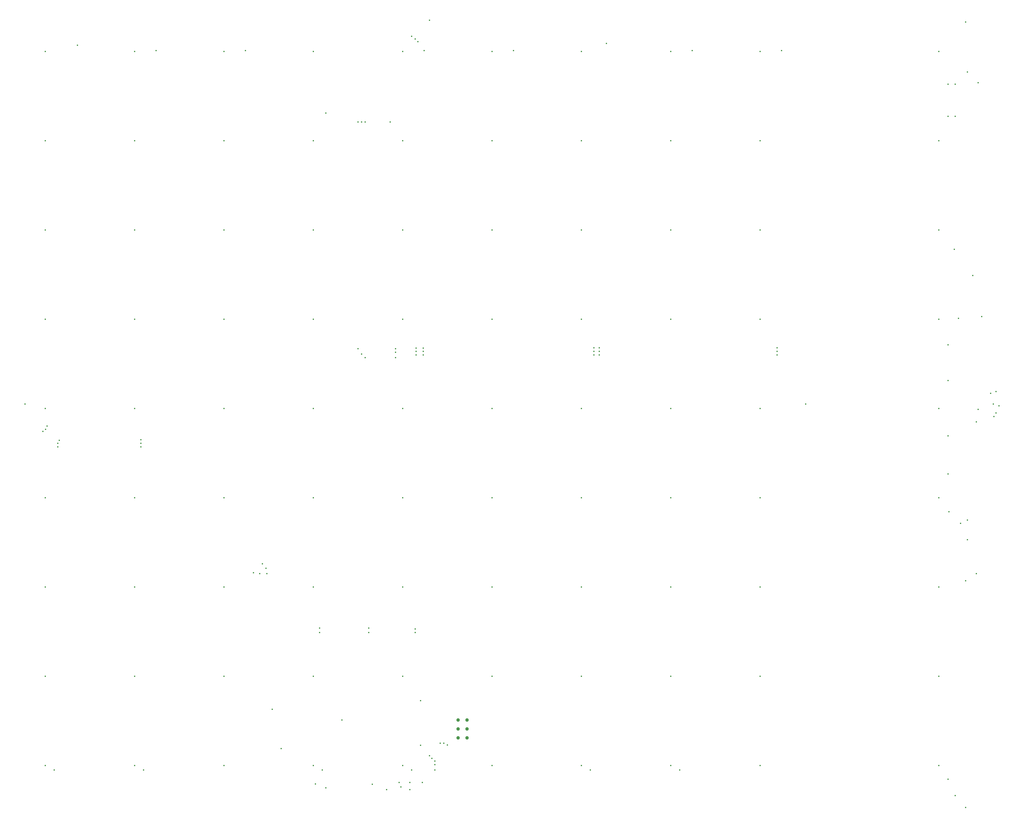
<source format=gbr>
%TF.GenerationSoftware,KiCad,Pcbnew,(5.1.4)-1*%
%TF.CreationDate,2020-04-23T20:30:20-07:00*%
%TF.ProjectId,tetris,74657472-6973-42e6-9b69-6361645f7063,rev?*%
%TF.SameCoordinates,Original*%
%TF.FileFunction,Plated,1,2,PTH,Drill*%
%TF.FilePolarity,Positive*%
%FSLAX46Y46*%
G04 Gerber Fmt 4.6, Leading zero omitted, Abs format (unit mm)*
G04 Created by KiCad (PCBNEW (5.1.4)-1) date 2020-04-23 20:30:20*
%MOMM*%
%LPD*%
G04 APERTURE LIST*
%TA.AperFunction,ViaDrill*%
%ADD10C,0.400000*%
%TD*%
%TA.AperFunction,ComponentDrill*%
%ADD11C,1.000000*%
%TD*%
G04 APERTURE END LIST*
D10*
X14605000Y-124460000D03*
X19629921Y-132242138D03*
X20320000Y-24130000D03*
X20320000Y-49530000D03*
X20320000Y-74930000D03*
X20320000Y-100330000D03*
X20320000Y-125730000D03*
X20320000Y-151130000D03*
X20320000Y-176530000D03*
X20320000Y-201930000D03*
X20320000Y-227330000D03*
X20390216Y-131592542D03*
X20822952Y-130691008D03*
X22860000Y-228600000D03*
X23876000Y-136652000D03*
X23879023Y-135636000D03*
X24308863Y-134718587D03*
X29464000Y-22352000D03*
X45720000Y-24130000D03*
X45720000Y-49530000D03*
X45720000Y-74930000D03*
X45720000Y-100330000D03*
X45720000Y-125730000D03*
X45720000Y-151130000D03*
X45720000Y-176530000D03*
X45720000Y-201930000D03*
X45720000Y-227330000D03*
X47498000Y-134620000D03*
X47498000Y-135636000D03*
X47498000Y-136652000D03*
X48260000Y-228600000D03*
X51816000Y-23876000D03*
X71120000Y-24130000D03*
X71120000Y-49530000D03*
X71120000Y-74930000D03*
X71120000Y-100330000D03*
X71120000Y-125730000D03*
X71120000Y-151130000D03*
X71120000Y-176530000D03*
X71120000Y-201930000D03*
X71120000Y-227330000D03*
X77216000Y-23876000D03*
X79502000Y-172466000D03*
X81280000Y-172720000D03*
X82042000Y-169926000D03*
X83058000Y-171196000D03*
X83312000Y-172720000D03*
X84836000Y-211328000D03*
X87376000Y-222504000D03*
X96520000Y-24130000D03*
X96520000Y-49530000D03*
X96520000Y-74930000D03*
X96520000Y-100330000D03*
X96520000Y-125730000D03*
X96520000Y-151130000D03*
X96520000Y-176530000D03*
X96520000Y-201930000D03*
X96520000Y-227330000D03*
X97155000Y-232537000D03*
X98298000Y-188214000D03*
X98298000Y-189484000D03*
X99060000Y-228600000D03*
X100076000Y-41656000D03*
X100076000Y-233680000D03*
X104648000Y-214376000D03*
X109213926Y-44189926D03*
X109213926Y-108705926D03*
X110236000Y-44196000D03*
X110236000Y-110236000D03*
X111252000Y-44196000D03*
X111252000Y-111252000D03*
X112268000Y-188214000D03*
X112268000Y-189484000D03*
X113284000Y-232664000D03*
X117348000Y-234149980D03*
X118364000Y-44196000D03*
X119888000Y-108712000D03*
X119888000Y-109728000D03*
X119888000Y-111252000D03*
X120904000Y-232156000D03*
X121412000Y-233422970D03*
X121920000Y-24130000D03*
X121920000Y-49530000D03*
X121920000Y-74930000D03*
X121920000Y-100330000D03*
X121920000Y-125730000D03*
X121920000Y-151130000D03*
X121920000Y-176530000D03*
X121920000Y-201930000D03*
X121920000Y-227330000D03*
X123952000Y-232156000D03*
X123952000Y-234188000D03*
X124460000Y-19812000D03*
X124460000Y-228600000D03*
X125476000Y-20574000D03*
X125476000Y-188468000D03*
X125476000Y-189484000D03*
X125730000Y-108473987D03*
X125730000Y-109474000D03*
X125730000Y-110490000D03*
X126238000Y-21336000D03*
X127034999Y-208822999D03*
X127034999Y-221522999D03*
X127508000Y-232156000D03*
X127762000Y-108473987D03*
X127762000Y-109474000D03*
X127762000Y-110490000D03*
X128016000Y-23876000D03*
X129540000Y-15240000D03*
X129540000Y-224536000D03*
X130264598Y-225260598D03*
X131057926Y-226053926D03*
X131064000Y-227076000D03*
X131064000Y-228600000D03*
X132603987Y-220980000D03*
X133604000Y-220980000D03*
X134620000Y-221488000D03*
X147320000Y-24130000D03*
X147320000Y-49530000D03*
X147320000Y-74930000D03*
X147320000Y-100330000D03*
X147320000Y-125730000D03*
X147320000Y-151130000D03*
X147320000Y-176530000D03*
X147320000Y-201930000D03*
X147320000Y-227330000D03*
X153416000Y-23876000D03*
X172720000Y-24130000D03*
X172720000Y-49530000D03*
X172720000Y-74930000D03*
X172720000Y-100330000D03*
X172720000Y-125730000D03*
X172720000Y-151130000D03*
X172720000Y-176530000D03*
X172720000Y-201930000D03*
X172720000Y-227330000D03*
X175260000Y-228600000D03*
X176276000Y-108458000D03*
X176276000Y-109474000D03*
X176276000Y-110490000D03*
X177800000Y-108458000D03*
X177800000Y-109474000D03*
X177800000Y-110490000D03*
X179832000Y-21844000D03*
X198120000Y-24130000D03*
X198120000Y-49530000D03*
X198120000Y-74930000D03*
X198120000Y-100330000D03*
X198120000Y-125730000D03*
X198120000Y-151130000D03*
X198120000Y-176530000D03*
X198120000Y-201930000D03*
X198120000Y-227330000D03*
X200660000Y-228600000D03*
X204216000Y-23876000D03*
X223520000Y-24130000D03*
X223520000Y-49530000D03*
X223520000Y-74930000D03*
X223520000Y-100330000D03*
X223520000Y-125730000D03*
X223520000Y-151130000D03*
X223520000Y-176530000D03*
X223520000Y-201930000D03*
X223520000Y-227330000D03*
X228346000Y-108458000D03*
X228346000Y-109474000D03*
X228346000Y-110490000D03*
X229616000Y-23876000D03*
X236474000Y-124460000D03*
X274320000Y-24130000D03*
X274320000Y-49530000D03*
X274320000Y-74930000D03*
X274320000Y-100330000D03*
X274320000Y-125730000D03*
X274320000Y-151130000D03*
X274320000Y-176530000D03*
X274320000Y-201930000D03*
X274320000Y-227330000D03*
X276950000Y-33438000D03*
X276950000Y-42582000D03*
X276950000Y-107606000D03*
X276950000Y-117766000D03*
X276950000Y-133514000D03*
X276950000Y-144362000D03*
X276950000Y-231230000D03*
X277252000Y-155056000D03*
X278776000Y-80380000D03*
X279000000Y-33420000D03*
X279000000Y-42564000D03*
X279000000Y-235820000D03*
X279908000Y-100076000D03*
X280554000Y-158358000D03*
X281940000Y-15748000D03*
X281940000Y-174752000D03*
X281940000Y-239268000D03*
X282448000Y-29972000D03*
X282448000Y-157480000D03*
X282448000Y-163068000D03*
X284022990Y-87833010D03*
X284988000Y-129540000D03*
X284988000Y-172720000D03*
X285496000Y-33020000D03*
X285496000Y-125984000D03*
X286512000Y-99568000D03*
X289052000Y-121412000D03*
X289848990Y-124453473D03*
X289992957Y-127994905D03*
X290576000Y-120904000D03*
X290576000Y-127000000D03*
X291475000Y-124968000D03*
D11*
%TO.C,J1*%
X137668000Y-214376000D03*
X137668000Y-216916000D03*
X137668000Y-219456000D03*
X140208000Y-214376000D03*
X140208000Y-216916000D03*
X140208000Y-219456000D03*
M02*

</source>
